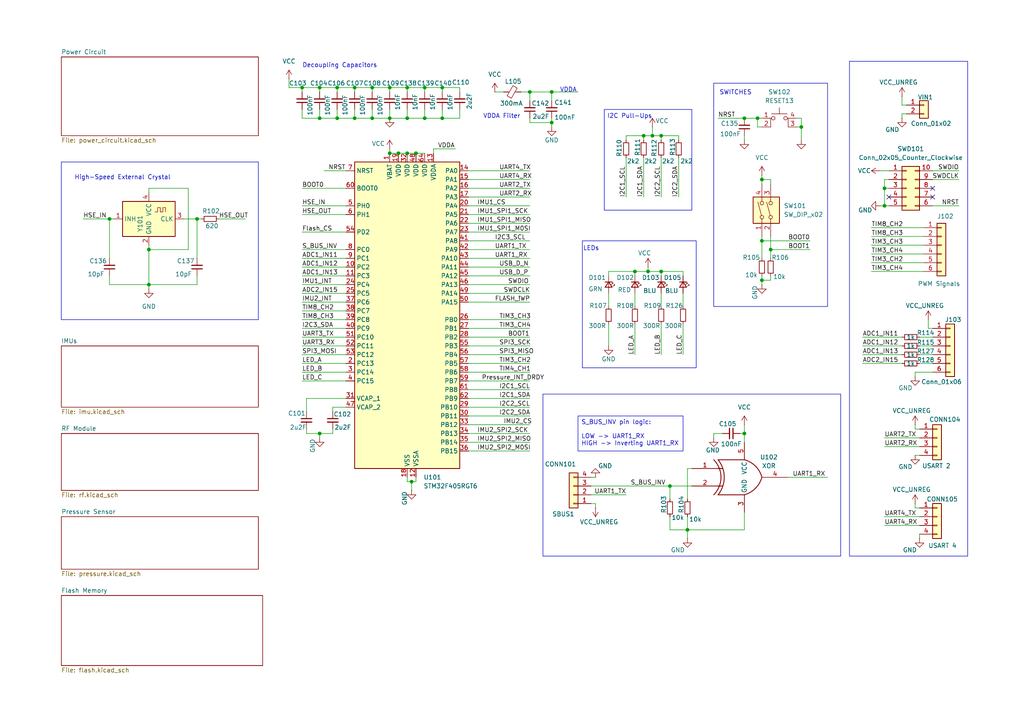
<source format=kicad_sch>
(kicad_sch (version 20231120) (generator "eeschema") (generator_version "8.0")
  (paper "A4")
  (junction (at 256.54 59.69))
  (junction (at 194.31 140.97))
  (junction (at 128.27 34.29))
  (junction (at 256.54 54.61))
  (junction (at 118.11 44.45))
  (junction (at 92.71 34.29))
  (junction (at 57.15 63.5))
  (junction (at 220.98 81.28))
  (junction (at 123.19 34.29))
  (junction (at 189.23 39.37))
  (junction (at 219.71 34.29))
  (junction (at 220.98 52.07))
  (junction (at 186.69 39.37))
  (junction (at 92.71 25.4))
  (junction (at 120.65 44.45))
  (junction (at 160.02 35.56))
  (junction (at 102.87 34.29))
  (junction (at 113.03 34.29))
  (junction (at 97.79 34.29))
  (junction (at 220.98 69.85))
  (junction (at 113.03 25.4))
  (junction (at 118.11 34.29))
  (junction (at 123.19 25.4))
  (junction (at 102.87 25.4))
  (junction (at 115.57 44.45))
  (junction (at 118.11 25.4))
  (junction (at 113.03 44.45))
  (junction (at 191.77 78.74))
  (junction (at 215.9 125.73))
  (junction (at 223.52 72.39))
  (junction (at 31.75 63.5))
  (junction (at 87.63 25.4))
  (junction (at 43.18 72.39))
  (junction (at 92.71 125.73))
  (junction (at 153.67 26.67))
  (junction (at 191.77 39.37))
  (junction (at 215.9 34.29))
  (junction (at 232.41 36.83))
  (junction (at 128.27 25.4))
  (junction (at 43.18 82.55))
  (junction (at 187.96 78.74))
  (junction (at 97.79 25.4))
  (junction (at 119.38 139.7))
  (junction (at 107.95 25.4))
  (junction (at 107.95 34.29))
  (junction (at 184.15 78.74))
  (junction (at 160.02 26.67))
  (junction (at 199.39 153.67))
  (no_connect (at 257.81 57.15))
  (no_connect (at 270.51 57.15))
  (no_connect (at 270.51 54.61))
  (wire (pts (xy 252.73 71.12) (xy 267.97 71.12)))
  (wire (pts (xy 135.89 123.19) (xy 153.67 123.19)))
  (wire (pts (xy 87.63 72.39) (xy 100.33 72.39)))
  (wire (pts (xy 135.89 102.87) (xy 153.67 102.87)))
  (wire (pts (xy 198.12 93.98) (xy 198.12 102.87)))
  (wire (pts (xy 102.87 25.4) (xy 107.95 25.4)))
  (wire (pts (xy 31.75 63.5) (xy 31.75 74.93)))
  (wire (pts (xy 87.63 74.93) (xy 100.33 74.93)))
  (wire (pts (xy 256.54 54.61) (xy 256.54 59.69)))
  (wire (pts (xy 160.02 34.29) (xy 160.02 35.56)))
  (wire (pts (xy 43.18 83.82) (xy 43.18 82.55)))
  (wire (pts (xy 96.52 119.38) (xy 96.52 118.11)))
  (wire (pts (xy 97.79 25.4) (xy 102.87 25.4)))
  (wire (pts (xy 187.96 78.74) (xy 184.15 78.74)))
  (wire (pts (xy 128.27 34.29) (xy 123.19 34.29)))
  (wire (pts (xy 215.9 123.19) (xy 215.9 125.73)))
  (wire (pts (xy 87.63 77.47) (xy 100.33 77.47)))
  (wire (pts (xy 54.61 72.39) (xy 43.18 72.39)))
  (wire (pts (xy 92.71 125.73) (xy 96.52 125.73)))
  (wire (pts (xy 255.27 59.69) (xy 256.54 59.69)))
  (wire (pts (xy 97.79 31.75) (xy 97.79 34.29)))
  (wire (pts (xy 220.98 68.58) (xy 220.98 69.85)))
  (wire (pts (xy 187.96 78.74) (xy 187.96 77.47)))
  (wire (pts (xy 171.45 138.43) (xy 172.72 138.43)))
  (wire (pts (xy 181.61 39.37) (xy 186.69 39.37)))
  (wire (pts (xy 83.82 25.4) (xy 87.63 25.4)))
  (wire (pts (xy 87.63 80.01) (xy 100.33 80.01)))
  (wire (pts (xy 133.35 25.4) (xy 133.35 26.67)))
  (wire (pts (xy 87.63 59.69) (xy 100.33 59.69)))
  (wire (pts (xy 198.12 80.01) (xy 198.12 78.74)))
  (wire (pts (xy 135.89 57.15) (xy 153.67 57.15)))
  (wire (pts (xy 220.98 36.83) (xy 219.71 36.83)))
  (wire (pts (xy 113.03 26.67) (xy 113.03 25.4)))
  (wire (pts (xy 43.18 82.55) (xy 31.75 82.55)))
  (wire (pts (xy 135.89 54.61) (xy 153.67 54.61)))
  (wire (pts (xy 92.71 26.67) (xy 92.71 25.4)))
  (wire (pts (xy 83.82 22.86) (xy 83.82 25.4)))
  (wire (pts (xy 223.52 72.39) (xy 223.52 68.58)))
  (wire (pts (xy 250.19 102.87) (xy 261.62 102.87)))
  (wire (pts (xy 252.73 66.04) (xy 267.97 66.04)))
  (wire (pts (xy 191.77 40.64) (xy 191.77 39.37)))
  (wire (pts (xy 223.52 53.34) (xy 223.52 52.07)))
  (wire (pts (xy 87.63 82.55) (xy 100.33 82.55)))
  (wire (pts (xy 278.13 49.53) (xy 270.51 49.53)))
  (wire (pts (xy 118.11 139.7) (xy 119.38 139.7)))
  (wire (pts (xy 118.11 25.4) (xy 123.19 25.4)))
  (wire (pts (xy 250.19 97.79) (xy 261.62 97.79)))
  (wire (pts (xy 199.39 135.89) (xy 200.66 135.89)))
  (wire (pts (xy 186.69 39.37) (xy 186.69 40.64)))
  (wire (pts (xy 215.9 34.29) (xy 219.71 34.29)))
  (wire (pts (xy 153.67 34.29) (xy 153.67 35.56)))
  (wire (pts (xy 191.77 93.98) (xy 191.77 102.87)))
  (wire (pts (xy 97.79 34.29) (xy 102.87 34.29)))
  (wire (pts (xy 118.11 25.4) (xy 118.11 26.67)))
  (wire (pts (xy 184.15 78.74) (xy 184.15 80.01)))
  (wire (pts (xy 269.24 92.71) (xy 269.24 95.25)))
  (wire (pts (xy 135.89 72.39) (xy 153.67 72.39)))
  (wire (pts (xy 93.98 49.53) (xy 100.33 49.53)))
  (wire (pts (xy 63.5 63.5) (xy 71.12 63.5)))
  (wire (pts (xy 153.67 35.56) (xy 160.02 35.56)))
  (wire (pts (xy 57.15 63.5) (xy 58.42 63.5)))
  (wire (pts (xy 57.15 82.55) (xy 43.18 82.55)))
  (wire (pts (xy 113.03 25.4) (xy 118.11 25.4)))
  (wire (pts (xy 128.27 25.4) (xy 133.35 25.4)))
  (wire (pts (xy 87.63 92.71) (xy 100.33 92.71)))
  (wire (pts (xy 181.61 45.72) (xy 181.61 57.15)))
  (wire (pts (xy 135.89 49.53) (xy 153.67 49.53)))
  (wire (pts (xy 234.95 72.39) (xy 223.52 72.39)))
  (wire (pts (xy 135.89 110.49) (xy 153.67 110.49)))
  (wire (pts (xy 196.85 45.72) (xy 196.85 57.15)))
  (wire (pts (xy 113.03 34.29) (xy 113.03 31.75)))
  (wire (pts (xy 96.52 118.11) (xy 100.33 118.11)))
  (wire (pts (xy 135.89 92.71) (xy 153.67 92.71)))
  (wire (pts (xy 191.77 85.09) (xy 191.77 88.9)))
  (wire (pts (xy 123.19 31.75) (xy 123.19 34.29)))
  (wire (pts (xy 215.9 40.64) (xy 215.9 39.37)))
  (wire (pts (xy 198.12 78.74) (xy 191.77 78.74)))
  (wire (pts (xy 135.89 67.31) (xy 153.67 67.31)))
  (wire (pts (xy 208.28 34.29) (xy 215.9 34.29)))
  (wire (pts (xy 24.13 63.5) (xy 31.75 63.5)))
  (wire (pts (xy 135.89 97.79) (xy 153.67 97.79)))
  (wire (pts (xy 194.31 140.97) (xy 200.66 140.97)))
  (wire (pts (xy 87.63 25.4) (xy 92.71 25.4)))
  (wire (pts (xy 135.89 69.85) (xy 153.67 69.85)))
  (wire (pts (xy 120.65 44.45) (xy 118.11 44.45)))
  (wire (pts (xy 87.63 100.33) (xy 100.33 100.33)))
  (wire (pts (xy 135.89 85.09) (xy 153.67 85.09)))
  (wire (pts (xy 219.71 34.29) (xy 220.98 34.29)))
  (wire (pts (xy 250.19 100.33) (xy 261.62 100.33)))
  (wire (pts (xy 92.71 125.73) (xy 92.71 127)))
  (wire (pts (xy 181.61 143.51) (xy 171.45 143.51)))
  (wire (pts (xy 135.89 128.27) (xy 153.67 128.27)))
  (wire (pts (xy 215.9 125.73) (xy 215.9 128.27)))
  (wire (pts (xy 196.85 39.37) (xy 196.85 40.64)))
  (wire (pts (xy 135.89 115.57) (xy 153.67 115.57)))
  (wire (pts (xy 262.89 30.48) (xy 261.62 30.48)))
  (wire (pts (xy 176.53 88.9) (xy 176.53 85.09)))
  (wire (pts (xy 133.35 31.75) (xy 133.35 34.29)))
  (wire (pts (xy 176.53 80.01) (xy 176.53 78.74)))
  (wire (pts (xy 184.15 93.98) (xy 184.15 102.87)))
  (wire (pts (xy 87.63 87.63) (xy 100.33 87.63)))
  (wire (pts (xy 252.73 68.58) (xy 267.97 68.58)))
  (wire (pts (xy 199.39 149.86) (xy 199.39 153.67)))
  (wire (pts (xy 135.89 130.81) (xy 153.67 130.81)))
  (wire (pts (xy 257.81 52.07) (xy 256.54 52.07)))
  (wire (pts (xy 97.79 26.67) (xy 97.79 25.4)))
  (wire (pts (xy 125.73 44.45) (xy 125.73 43.18)))
  (wire (pts (xy 220.98 69.85) (xy 220.98 74.93)))
  (wire (pts (xy 135.89 113.03) (xy 153.67 113.03)))
  (wire (pts (xy 266.7 97.79) (xy 270.51 97.79)))
  (wire (pts (xy 191.77 39.37) (xy 196.85 39.37)))
  (wire (pts (xy 118.11 138.43) (xy 118.11 139.7)))
  (wire (pts (xy 123.19 44.45) (xy 120.65 44.45)))
  (wire (pts (xy 220.98 52.07) (xy 220.98 53.34)))
  (wire (pts (xy 120.65 138.43) (xy 120.65 139.7)))
  (wire (pts (xy 160.02 26.67) (xy 167.64 26.67)))
  (wire (pts (xy 199.39 135.89) (xy 199.39 144.78)))
  (wire (pts (xy 119.38 139.7) (xy 120.65 139.7)))
  (wire (pts (xy 118.11 44.45) (xy 115.57 44.45)))
  (wire (pts (xy 87.63 85.09) (xy 100.33 85.09)))
  (wire (pts (xy 135.89 118.11) (xy 153.67 118.11)))
  (wire (pts (xy 269.24 95.25) (xy 270.51 95.25)))
  (wire (pts (xy 135.89 77.47) (xy 153.67 77.47)))
  (wire (pts (xy 87.63 34.29) (xy 92.71 34.29)))
  (wire (pts (xy 123.19 25.4) (xy 128.27 25.4)))
  (wire (pts (xy 223.52 72.39) (xy 223.52 74.93)))
  (wire (pts (xy 220.98 50.8) (xy 220.98 52.07)))
  (wire (pts (xy 265.43 124.46) (xy 266.7 124.46)))
  (wire (pts (xy 187.96 78.74) (xy 191.77 78.74)))
  (wire (pts (xy 214.63 125.73) (xy 215.9 125.73)))
  (wire (pts (xy 194.31 153.67) (xy 194.31 149.86)))
  (wire (pts (xy 278.13 59.69) (xy 270.51 59.69)))
  (wire (pts (xy 207.01 125.73) (xy 207.01 127)))
  (wire (pts (xy 172.72 146.05) (xy 171.45 146.05)))
  (wire (pts (xy 191.77 80.01) (xy 191.77 78.74)))
  (wire (pts (xy 191.77 45.72) (xy 191.77 57.15)))
  (wire (pts (xy 87.63 97.79) (xy 100.33 97.79)))
  (wire (pts (xy 189.23 39.37) (xy 186.69 39.37)))
  (wire (pts (xy 266.7 105.41) (xy 270.51 105.41)))
  (wire (pts (xy 266.7 102.87) (xy 270.51 102.87)))
  (wire (pts (xy 107.95 25.4) (xy 113.03 25.4)))
  (wire (pts (xy 31.75 63.5) (xy 33.02 63.5)))
  (wire (pts (xy 87.63 26.67) (xy 87.63 25.4)))
  (wire (pts (xy 107.95 34.29) (xy 107.95 31.75)))
  (wire (pts (xy 252.73 73.66) (xy 267.97 73.66)))
  (wire (pts (xy 189.23 36.83) (xy 189.23 39.37)))
  (wire (pts (xy 256.54 152.4) (xy 266.7 152.4)))
  (wire (pts (xy 135.89 82.55) (xy 153.67 82.55)))
  (wire (pts (xy 57.15 80.01) (xy 57.15 82.55)))
  (wire (pts (xy 87.63 54.61) (xy 100.33 54.61)))
  (wire (pts (xy 115.57 44.45) (xy 113.03 44.45)))
  (wire (pts (xy 100.33 115.57) (xy 88.9 115.57)))
  (wire (pts (xy 255.27 49.53) (xy 257.81 49.53)))
  (wire (pts (xy 215.9 153.67) (xy 215.9 148.59)))
  (wire (pts (xy 256.54 52.07) (xy 256.54 54.61)))
  (wire (pts (xy 266.7 100.33) (xy 270.51 100.33)))
  (wire (pts (xy 220.98 81.28) (xy 220.98 80.01)))
  (wire (pts (xy 102.87 31.75) (xy 102.87 34.29)))
  (wire (pts (xy 265.43 109.22) (xy 265.43 107.95)))
  (wire (pts (xy 153.67 29.21) (xy 153.67 26.67)))
  (wire (pts (xy 250.19 105.41) (xy 261.62 105.41)))
  (wire (pts (xy 135.89 80.01) (xy 153.67 80.01)))
  (wire (pts (xy 231.14 34.29) (xy 232.41 34.29)))
  (wire (pts (xy 257.81 54.61) (xy 256.54 54.61)))
  (wire (pts (xy 118.11 31.75) (xy 118.11 34.29)))
  (wire (pts (xy 135.89 105.41) (xy 153.67 105.41)))
  (wire (pts (xy 135.89 107.95) (xy 153.67 107.95)))
  (wire (pts (xy 107.95 26.67) (xy 107.95 25.4)))
  (wire (pts (xy 87.63 110.49) (xy 100.33 110.49)))
  (wire (pts (xy 261.62 27.94) (xy 261.62 30.48)))
  (wire (pts (xy 153.67 26.67) (xy 160.02 26.67)))
  (wire (pts (xy 172.72 147.32) (xy 172.72 146.05)))
  (wire (pts (xy 261.62 33.02) (xy 262.89 33.02)))
  (wire (pts (xy 113.03 34.29) (xy 118.11 34.29)))
  (wire (pts (xy 181.61 40.64) (xy 181.61 39.37)))
  (wire (pts (xy 265.43 146.05) (xy 265.43 147.32)))
  (wire (pts (xy 278.13 52.07) (xy 270.51 52.07)))
  (wire (pts (xy 256.54 129.54) (xy 266.7 129.54)))
  (wire (pts (xy 252.73 76.2) (xy 267.97 76.2)))
  (wire (pts (xy 184.15 85.09) (xy 184.15 88.9)))
  (wire (pts (xy 220.98 69.85) (xy 234.95 69.85)))
  (wire (pts (xy 57.15 63.5) (xy 57.15 74.93)))
  (wire (pts (xy 135.89 74.93) (xy 153.67 74.93)))
  (wire (pts (xy 135.89 120.65) (xy 153.67 120.65)))
  (wire (pts (xy 128.27 31.75) (xy 128.27 34.29)))
  (wire (pts (xy 219.71 36.83) (xy 219.71 34.29)))
  (wire (pts (xy 128.27 25.4) (xy 128.27 26.67)))
  (wire (pts (xy 256.54 127) (xy 266.7 127)))
  (wire (pts (xy 88.9 124.46) (xy 88.9 125.73)))
  (wire (pts (xy 53.34 63.5) (xy 57.15 63.5)))
  (wire (pts (xy 257.81 59.69) (xy 256.54 59.69)))
  (wire (pts (xy 125.73 43.18) (xy 132.08 43.18)))
  (wire (pts (xy 43.18 82.55) (xy 43.18 72.39)))
  (wire (pts (xy 107.95 34.29) (xy 113.03 34.29)))
  (wire (pts (xy 87.63 105.41) (xy 100.33 105.41)))
  (wire (pts (xy 194.31 140.97) (xy 194.31 144.78)))
  (wire (pts (xy 87.63 95.25) (xy 100.33 95.25)))
  (wire (pts (xy 135.89 100.33) (xy 153.67 100.33)))
  (wire (pts (xy 135.89 52.07) (xy 153.67 52.07)))
  (wire (pts (xy 265.43 147.32) (xy 266.7 147.32)))
  (wire (pts (xy 96.52 124.46) (xy 96.52 125.73)))
  (wire (pts (xy 135.89 125.73) (xy 153.67 125.73)))
  (wire (pts (xy 261.62 34.29) (xy 261.62 33.02)))
  (wire (pts (xy 232.41 36.83) (xy 232.41 40.64)))
  (wire (pts (xy 113.03 43.18) (xy 113.03 44.45)))
  (wire (pts (xy 87.63 107.95) (xy 100.33 107.95)))
  (wire (pts (xy 87.63 102.87) (xy 100.33 102.87)))
  (wire (pts (xy 266.7 154.94) (xy 266.7 156.21)))
  (wire (pts (xy 189.23 39.37) (xy 191.77 39.37)))
  (wire (pts (xy 220.98 82.55) (xy 220.98 81.28)))
  (wire (pts (xy 102.87 26.67) (xy 102.87 25.4)))
  (wire (pts (xy 92.71 31.75) (xy 92.71 34.29)))
  (wire (pts (xy 135.89 64.77) (xy 153.67 64.77)))
  (wire (pts (xy 87.63 31.75) (xy 87.63 34.29)))
  (wire (pts (xy 87.63 62.23) (xy 100.33 62.23)))
  (wire (pts (xy 135.89 87.63) (xy 153.67 87.63)))
  (wire (pts (xy 265.43 107.95) (xy 270.51 107.95)))
  (wire (pts (xy 123.19 25.4) (xy 123.19 26.67)))
  (wire (pts (xy 223.52 80.01) (xy 223.52 81.28)))
  (wire (pts (xy 54.61 54.61) (xy 54.61 72.39)))
  (wire (pts (xy 151.13 26.67) (xy 153.67 26.67)))
  (wire (pts (xy 92.71 34.29) (xy 97.79 34.29)))
  (wire (pts (xy 118.11 34.29) (xy 123.19 34.29)))
  (wire (pts (xy 87.63 67.31) (xy 100.33 67.31)))
  (wire (pts (xy 232.41 36.83) (xy 231.14 36.83)))
  (wire (pts (xy 135.89 59.69) (xy 153.67 59.69)))
  (wire (pts (xy 223.52 81.28) (xy 220.98 81.28)))
  (wire (pts (xy 176.53 100.33) (xy 176.53 93.98)))
  (wire (pts (xy 171.45 140.97) (xy 194.31 140.97)))
  (wire (pts (xy 135.89 62.23) (xy 153.67 62.23)))
  (wire (pts (xy 160.02 29.21) (xy 160.02 26.67)))
  (wire (pts (xy 43.18 55.88) (xy 43.18 54.61)))
  (wire (pts (xy 43.18 54.61) (xy 54.61 54.61)))
  (wire (pts (xy 87.63 90.17) (xy 100.33 90.17)))
  (wire (pts (xy 88.9 115.57) (xy 88.9 119.38)))
  (wire (pts (xy 194.31 153.67) (xy 199.39 153.67)))
  (wire (pts (xy 207.01 125.73) (xy 209.55 125.73)))
  (wire (pts (xy 186.69 45.72) (xy 186.69 57.15)))
  (wire (pts (xy 266.7 132.08) (xy 265.43 132.08)))
  (wire (pts (xy 265.43 123.19) (xy 265.43 124.46)))
  (wire (pts (xy 252.73 78.74) (xy 267.97 78.74)))
  (wire (pts (xy 256.54 149.86) (xy 266.7 149.86)))
  (wire (pts (xy 228.6 138.43) (xy 240.03 138.43)))
  (wire (pts (xy 133.35 34.29) (xy 128.27 34.29)))
  (wire (pts (xy 176.53 78.74) (xy 184.15 78.74)))
  (wire (pts (xy 102.87 34.29) (xy 107.95 34.29)))
  (wire (pts (xy 199.39 156.21) (xy 199.39 153.67)))
  (wire (pts (xy 232.41 34.29) (xy 232.41 36.83)))
  (wire (pts (xy 43.18 72.39) (xy 43.18 71.12)))
  (wire (pts (xy 143.51 26.67) (xy 146.05 26.67)))
  (wire (pts (xy 119.38 139.7) (xy 119.38 142.24)))
  (wire (pts (xy 88.9 125.73) (xy 92.71 125.73)))
  (wire (pts (xy 31.75 82.55) (xy 31.75 80.01)))
  (wire (pts (xy 223.52 52.07) (xy 220.98 52.07)))
  (wire (pts (xy 92.71 25.4) (xy 97.79 25.4)))
  (wire (pts (xy 198.12 85.09) (xy 198.12 88.9)))
  (wire (pts (xy 199.39 153.67) (xy 215.9 153.67)))
  (wire (pts (xy 160.02 36.83) (xy 160.02 35.56)))
  (wire (pts (xy 135.89 95.25) (xy 153.67 95.25)))
  (rectangle (start 17.78 46.99) (end 74.93 92.71))
  (rectangle (start 207.01 24.13) (end 240.03 88.9))
  (rectangle (start 246.38 17.78) (end 280.67 161.29))
  (rectangle (start 157.48 114.3) (end 243.84 161.29))
  (rectangle (start 175.26 31.75) (end 200.66 60.96))
  (rectangle (start 168.91 69.85) (end 201.93 106.68))
  (text_box "S_BUS_INV pin logic:\n\nLOW -> UART1_RX\nHIGH -> Inverting UART1_RX\n" (at 167.64 120.65 0) (size 30.48 10.16) (effects (font (size 1.27 1.27)) (justify left top)))
  (text "LEDs" (at 171.45 72.136 0) (effects (font (size 1.27 1.27))))
  (text "High-Speed External Crystal" (at 35.56 51.562 0) (effects (font (size 1.27 1.27))))
  (text "SWITCHES" (at 213.36 26.924 0) (effects (font (size 1.27 1.27))))
  (text "Decoupling Capacitors" (at 98.552 19.05 0) (effects (font (size 1.27 1.27))))
  (text "VDDA Filter" (at 145.542 33.782 0) (effects (font (size 1.27 1.27))))
  (text "I2C Pull-Ups" (at 182.626 33.782 0) (effects (font (size 1.27 1.27))))
  (text "VDDA" (at 164.846 26.162 0) (effects (font (size 1.27 1.27))))
  (label "UART3_TX" (at 87.63 97.79 0))
  (label "TIM8_CH3" (at 252.73 68.58 0))
  (label "UART2_TX" (at 256.54 127 0))
  (label "S_BUS_INV" (at 182.88 140.97 0))
  (label "IMU2_CS" (at 146.05 123.19 0))
  (label "LED_A" (at 87.63 105.41 0))
  (label "SPI3_SCK" (at 144.78 100.33 0))
  (label "Flash_CS" (at 87.63 67.31 0))
  (label "IMU2_SPI2_M0SI" (at 138.43 130.81 0))
  (label "NRST" (at 95.25 49.53 0))
  (label "SWDIO" (at 147.32 82.55 0))
  (label "NRST" (at 208.28 34.29 0))
  (label "BOOT0" (at 87.63 54.61 0))
  (label "USB_D_P" (at 144.78 80.01 0))
  (label "LED_A" (at 184.15 102.87 90))
  (label "ADC1_IN13" (at 87.63 80.01 0))
  (label "I2C1_SDA" (at 186.69 57.15 90))
  (label "HSE_OUT" (at 87.63 62.23 0))
  (label "I2C2_SCL" (at 191.77 57.15 90))
  (label "ADC1_IN11" (at 250.19 97.79 0))
  (label "BOOT1" (at 147.32 97.79 0))
  (label "I2C3_SDA" (at 87.63 95.25 0))
  (label "BOOT1" (at 228.6 72.39 0))
  (label "I2C2_SCL" (at 144.78 118.11 0))
  (label "IMU2_SPI2_MISO" (at 138.43 128.27 0))
  (label "UART1_RX" (at 143.51 74.93 0))
  (label "SPI3_MOSI" (at 87.63 102.87 0))
  (label "ADC2_IN15" (at 87.63 85.09 0))
  (label "IMU1_SPI1_SCK" (at 138.43 62.23 0))
  (label "SWDCLK" (at 278.13 52.07 180))
  (label "I2C2_SDA" (at 144.78 120.65 0))
  (label "TIM8_CH3" (at 87.63 92.71 0))
  (label "UART2_TX" (at 144.78 54.61 0))
  (label "TIM3_CH3" (at 144.78 92.71 0))
  (label "SWDCLK" (at 146.05 85.09 0))
  (label "UART2_RX" (at 256.54 129.54 0))
  (label "TIM3_CH2" (at 144.78 105.41 0))
  (label "UART4_RX" (at 144.78 52.07 0))
  (label "UART4_TX" (at 256.54 149.86 0))
  (label "LED_B" (at 87.63 107.95 0))
  (label "UART2_RX" (at 144.78 57.15 0))
  (label "UART4_RX" (at 256.54 152.4 0))
  (label "BOOT0" (at 228.6 69.85 0))
  (label "IMU2_INT" (at 87.63 87.63 0))
  (label "TIM3_CH4" (at 252.73 73.66 0))
  (label "HSE_IN" (at 24.13 63.5 0))
  (label "UART1_RX" (at 229.87 138.43 0))
  (label "TIM4_CH1" (at 144.78 107.95 0))
  (label "IMU1_SPI1_MISO" (at 138.43 64.77 0))
  (label "NRST" (at 278.13 59.69 180))
  (label "I2C1_SCL" (at 144.78 113.03 0))
  (label "Pressure_INT_DRDY" (at 139.7 110.49 0))
  (label "TIM8_CH2" (at 87.63 90.17 0))
  (label "IMU1_SPI1_M0SI" (at 138.43 67.31 0))
  (label "LED_C" (at 87.63 110.49 0))
  (label "I2C1_SDA" (at 144.78 115.57 0))
  (label "USB_D_N" (at 144.78 77.47 0))
  (label "LED_B" (at 191.77 102.87 90))
  (label "HSE_IN" (at 87.63 59.69 0))
  (label "IMU2_SPI2_SCK" (at 138.43 125.73 0))
  (label "TIM3_CH4" (at 252.73 78.74 0))
  (label "SPI3_MISO" (at 144.78 102.87 0))
  (label "ADC1_IN11" (at 87.63 74.93 0))
  (label "SWDIO" (at 278.13 49.53 180))
  (label "IMU1_INT" (at 87.63 82.55 0))
  (label "TIM3_CH4" (at 144.78 95.25 0))
  (label "ADC1_IN12" (at 87.63 77.47 0))
  (label "TIM8_CH2" (at 252.73 66.04 0))
  (label "I2C1_SCL" (at 181.61 57.15 90))
  (label "I2C3_SCL" (at 143.51 69.85 0))
  (label "ADC1_IN13" (at 250.19 102.87 0))
  (label "ADC1_IN12" (at 250.19 100.33 0))
  (label "FLASH_!WP" (at 143.51 87.63 0))
  (label "VDDA" (at 127 43.18 0))
  (label "IMU1_CS" (at 138.43 59.69 0))
  (label "UART1_TX" (at 181.61 143.51 180))
  (label "HSE_OUT" (at 63.5 63.5 0))
  (label "UART3_RX" (at 87.63 100.33 0))
  (label "UART1_TX" (at 143.51 72.39 0))
  (label "ADC2_IN15" (at 250.19 105.41 0))
  (label "LED_C" (at 198.12 102.87 90))
  (label "TIM3_CH3" (at 252.73 71.12 0))
  (label "TIM3_CH2" (at 252.73 76.2 0))
  (label "I2C2_SDA" (at 196.85 57.15 90))
  (label "S_BUS_INV" (at 87.63 72.39 0))
  (label "UART4_TX" (at 144.78 49.53 0))
  (symbol (lib_id "Device:R_Small") (at 196.85 43.18 180) (unit 1)
    (property "Reference" "R113" (at 195.072 42.672 90))
    (property "Value" "2k2" (at 199.136 46.736 0))
    (property "Footprint" "Resistor_SMD:R_0402_1005Metric" (effects (hide yes)))
    (property "Description" "62.5mW Thick Film Resistors 50V ±100ppm/℃ ±1% 2.2kΩ 0402 Chip Resistor - Surface Mount ROHS" (effects (hide yes)))
    (property "Mfr." "YAGEO" (effects (hide yes)))
    (property "Mfr. #" "RC0402FR-072K2L" (effects (hide yes)))
  )
  (symbol (lib_id "Switch:SW_DIP_x02") (at 223.52 60.96 90) (unit 1)
    (property "Reference" "SW101" (at 227.33 59.6899 90) (effects (justify right)))
    (property "Value" "SW_DIP_x02" (at 227.33 62.2299 90) (effects (justify right)))
    (property "Footprint" "Button_Switch_THT:SW_DIP_SPSTx02_Slide_9.78x7.26mm_W7.62mm_P2.54mm" (effects (hide yes)))
    (property "Datasheet" "https://www.lcsc.com/datasheet/lcsc_datasheet_2309061745_DongGuan-KINGTEK-Industrial-Co--LTD-DSWB02LHGET_C99421.pdf" (effects (hide yes)))
    (property "Description" "2x DIP Switch, Single Pole Single Throw (SPST) switch, small symbol" (effects (hide yes)))
    (property "Mfr." " DongGuan KINGTEK Industrial Co.,LTD " (effects (hide yes)))
    (property "Mfr. #" "DSWB02LHGET" (effects (hide yes)))
  )
  (symbol (lib_id "Device:C_Small") (at 87.63 29.21 180) (unit 1)
    (property "Reference" "C103" (at 83.82 24.13 0) (effects (justify right)))
    (property "Value" "100nF" (at 89.916 33.528 90) (effects (justify right)))
    (property "Footprint" "Capacitor_SMD:C_0402_1005Metric" (effects (hide yes)))
    (property "Description" " 16V 100nF X7R ±10% 0402 Multilayer Ceramic Capacitors MLCC - SMD/SMT ROHS " (effects (hide yes)))
    (property "Mfr." " Samsung Electro-Mechanics " (effects (hide yes)))
    (property "Mfr. #" "CL05B104KO5NNNC" (effects (hide yes)))
  )
  (symbol (lib_id "Connector_Generic:Conn_01x04") (at 271.78 149.86 0) (unit 1)
    (property "Reference" "CONN105" (at 268.732 144.78 0) (effects (justify left)))
    (property "Value" "USART 4" (at 269.24 158.242 0) (effects (justify left)))
    (property "Footprint" "Connector_PinHeader_2.54mm:PinHeader_1x04_P2.54mm_Vertical" (effects (hide yes)))
    (property "Description" "Straight Plugin 2.54mm Black 250V 3A 6mm Square Pins Gold 3mm 2.54mm 260℃ 1x4P Brass -40℃~+105℃ 2.54mm 4P Plugin,P=2.54mm Pin Headers ROHS" (effects (hide yes)))
    (property "Mfr." "Hanbo Electronic" (effects (hide yes)))
    (property "Mfr. #" "HB-PH3-25414PB2GOP" (effects (hide yes)))
  )
  (symbol (lib_id "Device:R_Small") (at 176.53 91.44 180) (unit 1)
    (property "Reference" "R107" (at 173.482 88.646 0))
    (property "Value" "300R" (at 173.228 94.488 0))
    (property "Footprint" "Resistor_SMD:R_0402_1005Metric" (effects (hide yes)))
    (property "Description" "62.5mW Thick Film Resistors 50V ±100ppm/℃ ±1% 330Ω 0402 Chip Resistor - Surface Mount ROHS" (effects (hide yes)))
    (property "Mfr." "YAGEO" (effects (hide yes)))
    (property "Mfr. #" "RC0402FR-07330RL" (effects (hide yes)))
  )
  (symbol (lib_id "Device:C_Small") (at 97.79 29.21 180) (unit 1)
    (property "Reference" "C106" (at 94.996 24.13 0) (effects (justify right)))
    (property "Value" "100nF" (at 100.076 33.528 90) (effects (justify right)))
    (property "Footprint" "Capacitor_SMD:C_0402_1005Metric" (effects (hide yes)))
    (property "Description" " 16V 100nF X7R ±10% 0402 Multilayer Ceramic Capacitors MLCC - SMD/SMT ROHS " (effects (hide yes)))
    (property "Mfr." " Samsung Electro-Mechanics " (effects (hide yes)))
    (property "Mfr. #" "CL05B104KO5NNNC" (effects (hide yes)))
  )
  (symbol (lib_id "Device:R_Small") (at 191.77 91.44 180) (unit 1)
    (property "Reference" "R109" (at 189.23 88.646 0))
    (property "Value" "300R" (at 188.976 94.488 0))
    (property "Footprint" "Resistor_SMD:R_0402_1005Metric" (effects (hide yes)))
    (property "Description" "62.5mW Thick Film Resistors 50V ±100ppm/℃ ±1% 330Ω 0402 Chip Resistor - Surface Mount ROHS" (effects (hide yes)))
    (property "Mfr." "YAGEO" (effects (hide yes)))
    (property "Mfr. #" "RC0402FR-07330RL" (effects (hide yes)))
  )
  (symbol (lib_id "74xGxx:74AUC1G86") (at 215.9 138.43 0) (unit 1)
    (property "Reference" "U102" (at 223.012 132.588 0))
    (property "Value" "XOR" (at 223.012 135.128 0))
    (property "Footprint" "Package_TO_SOT_SMD:SOT-353_SC-70-5" (effects (hide yes)))
    (property "Datasheet" "http://www.ti.com/lit/sg/scyt129e/scyt129e.pdf" (effects (hide yes)))
    (property "Description" "Single XOR Gate, Low-Voltage CMOS" (effects (hide yes)))
    (property "Mfr." "Texas Instruments" (effects (hide yes)))
    (property "Mfr. #" "SN74LVC1G86DCKR" (effects (hide yes)))
  )
  (symbol (lib_id "Device:R_Small") (at 264.16 102.87 90) (unit 1)
    (property "Reference" "R127" (at 268.478 101.854 90))
    (property "Value" "1k" (at 264.16 102.87 90))
    (property "Footprint" "Resistor_SMD:R_0402_1005Metric" (effects (hide yes)))
    (property "Description" "62.5mW Thick Film Resistors 50V ±100ppm/℃ ±1% 1kΩ 0402 Chip Resistor - Surface Mount ROHS" (effects (hide yes)))
    (property "Mfr." "YAGEO" (effects (hide yes)))
    (property "Mfr. #" "RC0402FR-071KL" (effects (hide yes)))
  )
  (symbol (lib_id "Device:C_Small") (at 212.09 125.73 270) (unit 1)
    (property "Reference" "C105" (at 213.614 122.936 90) (effects (justify right)))
    (property "Value" "100nF" (at 215.138 128.778 90) (effects (justify right)))
    (property "Footprint" "Capacitor_SMD:C_0402_1005Metric" (effects (hide yes)))
    (property "Description" " 16V 100nF X7R ±10% 0402 Multilayer Ceramic Capacitors MLCC - SMD/SMT ROHS " (effects (hide yes)))
    (property "Mfr." " Samsung Electro-Mechanics " (effects (hide yes)))
    (property "Mfr. #" "CL05B104KO5NNNC" (effects (hide yes)))
  )
  (symbol (lib_id "Device:R_Small") (at 264.16 105.41 90) (unit 1)
    (property "Reference" "R128" (at 268.478 104.394 90))
    (property "Value" "1k" (at 264.16 105.41 90))
    (property "Footprint" "Resistor_SMD:R_0402_1005Metric" (effects (hide yes)))
    (property "Description" "62.5mW Thick Film Resistors 50V ±100ppm/℃ ±1% 1kΩ 0402 Chip Resistor - Surface Mount ROHS" (effects (hide yes)))
    (property "Mfr." "YAGEO" (effects (hide yes)))
    (property "Mfr. #" "RC0402FR-071KL" (effects (hide yes)))
  )
  (symbol (lib_id "power:VCC") (at 261.62 27.94 0) (unit 1)
    (property "Reference" "#PWR0165" (effects (hide yes)))
    (property "Value" "VCC_UNREG" (at 260.604 23.876 0))
    (property "Description" "Power symbol creates a global label with name \"VCC\"" (effects (hide yes)))
  )
  (symbol (lib_id "power:GND") (at 172.72 138.43 180) (unit 1)
    (property "Reference" "#PWR0102" (effects (hide yes)))
    (property "Value" "GND" (at 173.482 135.128 0) (effects (justify right)))
    (property "Description" "Power symbol creates a global label with name \"GND\" , ground" (effects (hide yes)))
  )
  (symbol (lib_id "Device:R_Small") (at 199.39 147.32 180) (unit 1)
    (property "Reference" "R104" (at 197.612 146.304 90))
    (property "Value" "10k" (at 201.676 150.622 0))
    (property "Footprint" "Resistor_SMD:R_0402_1005Metric" (effects (hide yes)))
    (property "Description" " 62.5mW Thick Film Resistors 50V ±100ppm/℃ ±1% 10kΩ 0402 Chip Resistor - Surface Mount ROHS " (effects (hide yes)))
    (property "Mfr." "YAGEO" (effects (hide yes)))
    (property "Mfr. #" "RC0402FR-0710KL" (effects (hide yes)))
  )
  (symbol (lib_id "Device:R_Small") (at 181.61 43.18 180) (unit 1)
    (property "Reference" "R110" (at 179.578 42.926 90))
    (property "Value" "2k2" (at 183.642 46.736 0))
    (property "Footprint" "Resistor_SMD:R_0402_1005Metric" (effects (hide yes)))
    (property "Description" "62.5mW Thick Film Resistors 50V ±100ppm/℃ ±1% 2.2kΩ 0402 Chip Resistor - Surface Mount ROHS" (effects (hide yes)))
    (property "Mfr." "YAGEO" (effects (hide yes)))
    (property "Mfr. #" "RC0402FR-072K2L" (effects (hide yes)))
  )
  (symbol (lib_id "Device:R_Small") (at 223.52 77.47 180) (unit 1)
    (property "Reference" "R106" (at 226.314 74.676 0))
    (property "Value" "10k" (at 226.06 80.264 0))
    (property "Footprint" "Resistor_SMD:R_0402_1005Metric" (effects (hide yes)))
    (property "Description" " 62.5mW Thick Film Resistors 50V ±100ppm/℃ ±1% 10kΩ 0402 Chip Resistor - Surface Mount ROHS " (effects (hide yes)))
    (property "Mfr." "YAGEO" (effects (hide yes)))
    (property "Mfr. #" "RC0402FR-0710KL" (effects (hide yes)))
  )
  (symbol (lib_id "power:VCC") (at 189.23 36.83 0) (unit 1)
    (property "Reference" "#PWR0119" (effects (hide yes)))
    (property "Value" "VCC" (at 192.024 35.052 0))
    (property "Description" "Power symbol creates a global label with name \"VCC\"" (effects (hide yes)))
  )
  (symbol (lib_id "power:GND") (at 160.02 36.83 0) (unit 1)
    (property "Reference" "#PWR0162" (effects (hide yes)))
    (property "Value" "GND" (at 162.052 40.64 0) (effects (justify right)))
    (property "Description" "Power symbol creates a global label with name \"GND\" , ground" (effects (hide yes)))
  )
  (symbol (lib_id "Device:C_Small") (at 92.71 29.21 180) (unit 1)
    (property "Reference" "C104" (at 89.916 24.13 0) (effects (justify right)))
    (property "Value" "100nF" (at 94.996 33.528 90) (effects (justify right)))
    (property "Footprint" "Capacitor_SMD:C_0402_1005Metric" (effects (hide yes)))
    (property "Description" " 16V 100nF X7R ±10% 0402 Multilayer Ceramic Capacitors MLCC - SMD/SMT ROHS " (effects (hide yes)))
    (property "Mfr." " Samsung Electro-Mechanics " (effects (hide yes)))
    (property "Mfr. #" "CL05B104KO5NNNC" (effects (hide yes)))
  )
  (symbol (lib_id "Device:C_Small") (at 113.03 29.21 180) (unit 1)
    (property "Reference" "C109" (at 110.744 24.13 0) (effects (justify right)))
    (property "Value" "10nF" (at 115.316 32.004 90) (effects (justify right)))
    (property "Footprint" "Capacitor_SMD:C_0402_1005Metric" (effects (hide yes)))
    (property "Description" "50V 10nF X7R ±10% 0402 Multilayer Ceramic Capacitors MLCC - SMD/SMT ROHS" (effects (hide yes)))
    (property "Mfr." " Samsung Electro-Mechanics " (effects (hide yes)))
    (property "Mfr. #" "CL05B103KB5NNNC" (effects (hide yes)))
  )
  (symbol (lib_id "Connector_Generic:Conn_01x06") (at 273.05 71.12 0) (unit 1)
    (property "Reference" "J102" (at 271.78 62.738 0) (effects (justify left)))
    (property "Value" "PWM Signals" (at 266.192 82.296 0) (effects (justify left)))
    (property "Footprint" "Connector_PinHeader_2.54mm:PinHeader_1x06_P2.54mm_Vertical" (effects (hide yes)))
    (property "Description" "2.5mm 6mm Brass Square Pins Straight 2.54mm Black 1x6P 3mm -40℃~+105℃ Plugin 6P Plugin,P=2.54mm Pin Headers ROHS" (effects (hide yes)))
    (property "Mfr." "XFCN" (effects (hide yes)))
    (property "Mfr. #" "PZ254V-11-06P" (effects (hide yes)))
  )
  (symbol (lib_id "Device:C_Small") (at 133.35 29.21 180) (unit 1)
    (property "Reference" "C110" (at 131.064 23.876 0) (effects (justify right)))
    (property "Value" "2u2F" (at 136.144 31.75 90) (effects (justify right)))
    (property "Footprint" "Capacitor_SMD:C_0402_1005Metric" (effects (hide yes)))
    (property "Description" "6.3V 2.2uF X5R ±20% 0402 Multilayer Ceramic Capacitors MLCC - SMD/SMT ROHS" (effects (hide yes)))
    (property "Mfr." " Samsung Electro-Mechanics " (effects (hide yes)))
    (property "Mfr. #" "CL05A225MQ5NSNC" (effects (hide yes)))
  )
  (symbol (lib_id "Device:C_Small") (at 128.27 29.21 180) (unit 1)
    (property "Reference" "C140" (at 125.984 24.13 0) (effects (justify right)))
    (property "Value" "10nF" (at 130.556 32.004 90) (effects (justify right)))
    (property "Footprint" "Capacitor_SMD:C_0402_1005Metric" (effects (hide yes)))
    (property "Description" "50V 10nF X7R ±10% 0402 Multilayer Ceramic Capacitors MLCC - SMD/SMT ROHS" (effects (hide yes)))
    (property "Mfr." " Samsung Electro-Mechanics " (effects (hide yes)))
    (property "Mfr. #" "CL05B103KB5NNNC" (effects (hide yes)))
  )
  (symbol (lib_id "power:GND") (at 261.62 34.29 0) (unit 1)
    (property "Reference" "#PWR0166" (effects (hide yes)))
    (property "Value" "GND" (at 260.858 37.592 0) (effects (justify right)))
    (property "Description" "Power symbol creates a global label with name \"GND\" , ground" (effects (hide yes)))
  )
  (symbol (lib_id "Device:C_Small") (at 153.67 31.75 180) (unit 1)
    (property "Reference" "C142" (at 154.178 29.972 0) (effects (justify right)))
    (property "Value" "2u2F" (at 154.432 33.782 0) (effects (justify right)))
    (property "Footprint" "Capacitor_SMD:C_0402_1005Metric" (effects (hide yes)))
    (property "Description" "6.3V 2.2uF X5R ±20% 0402 Multilayer Ceramic Capacitors MLCC - SMD/SMT ROHS" (effects (hide yes)))
    (property "Mfr." " Samsung Electro-Mechanics " (effects (hide yes)))
    (property "Mfr. #" "CL05A225MQ5NSNC" (effects (hide yes)))
  )
  (symbol (lib_id "CSTNE8M00G520000R0:LED_Small") (at 184.15 82.55 270) (unit 1)
    (property "Reference" "D102" (at 181.356 80.518 90))
    (property "Value" "RED" (at 181.102 84.074 90))
    (property "Footprint" "LED_SMD:LED_0603_1608Metric" (effects (hide yes)))
    (property "Datasheet" "https://www.lcsc.com/datasheet/lcsc_datasheet_2402181505_XINGLIGHT-XL-1608SURC-06_C965799.pdf" (effects (hide yes)))
    (property "Description" "25mA -30℃~+85℃ Positive post 617nm~621nm Red 120° 55mW 0603 Light Emitting Diodes (LED) ROHS" (effects (hide yes)))
    (property "Mfr." " XINGLIGHT " (effects (hide yes)))
    (property "Mfr. #" "XL-1608SURC-06" (effects (hide yes)))
  )
  (symbol (lib_id "CSTNE8M00G520000R0:LED_Small") (at 198.12 82.55 270) (unit 1)
    (property "Reference" "D105" (at 195.072 80.518 90))
    (property "Value" "BLU" (at 194.818 84.328 90))
    (property "Footprint" "LED_SMD:LED_0603_1608Metric" (effects (hide yes)))
    (property "Datasheet" "https://www.lcsc.com/datasheet/lcsc_datasheet_2402181505_XINGLIGHT-XL-1608UBC-04_C965807.pdf" (effects (hide yes)))
    (property "Description" "25mA -30℃~+85℃ Positive post 460nm~469nm Blue 120° 80mW 0603 Light Emitting Diodes (LED) ROHS" (effects (hide yes)))
    (property "Mfr." "XINGLIGHT" (effects (hide yes)))
    (property "Mfr. #" "XL-1608UBC-04" (effects (hide yes)))
  )
  (symbol (lib_id "power:VCC") (at 113.03 43.18 0) (unit 1)
    (property "Reference" "#PWR0163" (effects (hide yes)))
    (property "Value" "VCC" (at 109.728 41.656 0))
    (property "Description" "Power symbol creates a global label with name \"VCC\"" (effects (hide yes)))
  )
  (symbol (lib_id "Switch:SW_MEC_5E") (at 226.06 36.83 0) (unit 1)
    (property "Reference" "SW102" (at 226.06 26.67 0))
    (property "Value" "RESET13" (at 226.06 29.21 0))
    (property "Footprint" "Button_Switch_SMD:SW_DIP_SPSTx01_Slide_Copal_CHS-01B_W7.62mm_P1.27mm" (effects (hide yes)))
    (property "Datasheet" "https://www.lcsc.com/datasheet/lcsc_datasheet_2002271735_XKB-Connection-TS-1101-C-W_C318938.pdf" (effects (hide yes)))
    (property "Description" "50mA 5.1mm 100,000 Times 160gf 12V 5.1mm 1.5mm Round Button Brick nogging SPST SMD Tactile Switches ROHS " (effects (hide yes)))
    (property "Mfr." " XKB Connection " (effects (hide yes)))
    (property "Mfr. #" "TS-1101-C-W" (effects (hide yes)))
  )
  (symbol (lib_id "power:VCC") (at 255.27 49.53 90) (unit 1)
    (property "Reference" "#PWR0101" (effects (hide yes)))
    (property "Value" "VCC" (at 250.698 49.53 90))
    (property "Description" "Power symbol creates a global label with name \"VCC\"" (effects (hide yes)))
  )
  (symbol (lib_id "power:GND") (at 199.39 156.21 0) (unit 1)
    (property "Reference" "#PWR0107" (effects (hide yes)))
    (property "Value" "GND" (at 198.628 159.512 0) (effects (justify right)))
    (property "Description" "Power symbol creates a global label with name \"GND\" , ground" (effects (hide yes)))
  )
  (symbol (lib_id "Device:R_Small") (at 184.15 91.44 180) (unit 1)
    (property "Reference" "R108" (at 181.356 88.646 0))
    (property "Value" "300R" (at 181.356 94.488 0))
    (property "Footprint" "Resistor_SMD:R_0402_1005Metric" (effects (hide yes)))
    (property "Description" "62.5mW Thick Film Resistors 50V ±100ppm/℃ ±1% 330Ω 0402 Chip Resistor - Surface Mount ROHS" (effects (hide yes)))
    (property "Mfr." "YAGEO" (effects (hide yes)))
    (property "Mfr. #" "RC0402FR-07330RL" (effects (hide yes)))
  )
  (symbol (lib_id "Device:C_Small") (at 160.02 31.75 180) (unit 1)
    (property "Reference" "C141" (at 160.782 29.718 0) (effects (justify right)))
    (property "Value" "100nF" (at 160.782 34.036 0) (effects (justify right)))
    (property "Footprint" "Capacitor_SMD:C_0402_1005Metric" (effects (hide yes)))
    (property "Description" " 16V 100nF X7R ±10% 0402 Multilayer Ceramic Capacitors MLCC - SMD/SMT ROHS " (effects (hide yes)))
    (property "Mfr." " Samsung Electro-Mechanics " (effects (hide yes)))
    (property "Mfr. #" "CL05B104KO5NNNC" (effects (hide yes)))
  )
  (symbol (lib_id "Device:C_Small") (at 88.9 121.92 0) (unit 1)
    (property "Reference" "C101" (at 88.646 119.888 0) (effects (justify right)))
    (property "Value" "2u2F" (at 88.9 123.952 0) (effects (justify right)))
    (property "Footprint" "Capacitor_SMD:C_0402_1005Metric" (effects (hide yes)))
    (property "Description" "6.3V 2.2uF X5R ±20% 0402 Multilayer Ceramic Capacitors MLCC - SMD/SMT ROHS" (effects (hide yes)))
    (property "Mfr." " Samsung Electro-Mechanics " (effects (hide yes)))
    (property "Mfr. #" "CL05A225MQ5NSNC" (effects (hide yes)))
  )
  (symbol (lib_id "power:VCC") (at 269.24 92.71 0) (unit 1)
    (property "Reference" "#PWR0118" (effects (hide yes)))
    (property "Value" "VCC_UNREG" (at 268.224 88.646 0))
    (property "Description" "Power symbol creates a global label with name \"VCC\"" (effects (hide yes)))
  )
  (symbol (lib_id "Device:C_Small") (at 107.95 29.21 180) (unit 1)
    (property "Reference" "C108" (at 105.41 24.13 0) (effects (justify right)))
    (property "Value" "100nF" (at 110.236 33.528 90) (effects (justify right)))
    (property "Footprint" "Capacitor_SMD:C_0402_1005Metric" (effects (hide yes)))
    (property "Description" " 16V 100nF X7R ±10% 0402 Multilayer Ceramic Capacitors MLCC - SMD/SMT ROHS " (effects (hide yes)))
    (property "Mfr." " Samsung Electro-Mechanics " (effects (hide yes)))
    (property "Mfr. #" "CL05B104KO5NNNC" (effects (hide yes)))
  )
  (symbol (lib_id "Device:R_Small") (at 264.16 100.33 90) (unit 1)
    (property "Reference" "R115" (at 268.478 99.314 90))
    (property "Value" "1k" (at 264.16 100.33 90))
    (property "Footprint" "Resistor_SMD:R_0402_1005Metric" (effects (hide yes)))
    (property "Description" "62.5mW Thick Film Resistors 50V ±100ppm/℃ ±1% 1kΩ 0402 Chip Resistor - Surface Mount ROHS" (effects (hide yes)))
    (property "Mfr." "YAGEO" (effects (hide yes)))
    (property "Mfr. #" "RC0402FR-071KL" (effects (hide yes)))
  )
  (symbol (lib_id "Device:C_Small") (at 57.15 77.47 180) (unit 1)
    (property "Reference" "C137" (at 51.308 75.692 0) (effects (justify right)))
    (property "Value" "10pF" (at 50.8 79.502 0) (effects (justify right)))
    (property "Footprint" "Capacitor_SMD:C_0402_1005Metric" (effects (hide yes)))
    (property "Description" "50V 10pF C0G ±5% 0402 Multilayer Ceramic Capacitors MLCC - SMD/SMT ROHS" (effects (hide yes)))
    (property "Mfr." " Samsung Electro-Mechanics " (effects (hide yes)))
    (property "Mfr. #" "CL05C100JB5NNNC" (effects (hide yes)))
  )
  (symbol (lib_id "Connector_Generic:Conn_01x02") (at 267.97 30.48 0) (unit 1)
    (property "Reference" "VIN1" (at 266.192 28.194 0) (effects (justify left)))
    (property "Value" "Conn_01x02" (at 264.16 35.814 0) (effects (justify left)))
    (property "Footprint" "Connector_PinHeader_2.54mm:PinHeader_1x02_P2.54mm_Vertical" (effects (hide yes)))
    (property "Datasheet" "https://www.lcsc.com/datasheet/lcsc_datasheet_2003141409_XFCN-PZ254V-11-02P_C492401.pdf" (effects (hide yes)))
    (property "Description" " Straight Square Pins 2.5mm 2P 6mm -40℃~+105℃ 3mm 2.54mm Plugin Black Brass 1x2P Plugin,P=2.54mm Pin Headers ROHS " (effects (hide yes)))
    (property "Mfr." "XFCN" (effects (hide yes)))
    (property "Mfr. #" "PZ254V-11-02P" (effects (hide yes)))
  )
  (symbol (lib_id "Device:C_Small") (at 123.19 29.21 180) (unit 1)
    (property "Reference" "C139" (at 120.904 24.13 0) (effects (justify right)))
    (property "Value" "10nF" (at 125.476 32.004 90) (effects (justify right)))
    (property "Footprint" "Capacitor_SMD:C_0402_1005Metric" (effects (hide yes)))
    (property "Description" "50V 10nF X7R ±10% 0402 Multilayer Ceramic Capacitors MLCC - SMD/SMT ROHS" (effects (hide yes)))
    (property "Mfr." " Samsung Electro-Mechanics " (effects (hide yes)))
    (property "Mfr. #" "CL05B103KB5NNNC" (effects (hide yes)))
  )
  (symbol (lib_id "power:VCC") (at 265.43 146.05 0) (unit 1)
    (property "Reference" "#PWR0125" (effects (hide yes)))
    (property "Value" "VCC_UNREG" (at 264.414 141.986 0))
    (property "Description" "Power symbol creates a global label with name \"VCC\"" (effects (hide yes)))
  )
  (symbol (lib_id "Device:C_Small") (at 102.87 29.21 180) (unit 1)
    (property "Reference" "C107" (at 100.33 24.13 0) (effects (justify right)))
    (property "Value" "100nF" (at 105.156 33.528 90) (effects (justify right)))
    (property "Footprint" "Capacitor_SMD:C_0402_1005Metric" (effects (hide yes)))
    (property "Description" " 16V 100nF X7R ±10% 0402 Multilayer Ceramic Capacitors MLCC - SMD/SMT ROHS " (effects (hide yes)))
    (property "Mfr." " Samsung Electro-Mechanics " (effects (hide yes)))
    (property "Mfr. #" "CL05B104KO5NNNC" (effects (hide yes)))
  )
  (symbol (lib_id "power:GND") (at 232.41 40.64 0) (unit 1)
    (property "Reference" "#PWR0104" (effects (hide yes)))
    (property "Value" "GND" (effects (hide yes)))
    (property "Description" "Power symbol creates a global label with name \"GND\" , ground" (effects (hide yes)))
  )
  (symbol (lib_id "Device:C_Small") (at 215.9 36.83 180) (unit 1)
    (property "Reference" "C135" (at 209.042 35.814 0) (effects (justify right)))
    (property "Value" "100nF" (at 208.788 38.862 0) (effects (justify right)))
    (property "Footprint" "Capacitor_SMD:C_0402_1005Metric" (effects (hide yes)))
    (property "Description" " 16V 100nF X7R ±10% 0402 Multilayer Ceramic Capacitors MLCC - SMD/SMT ROHS " (effects (hide yes)))
    (property "Mfr." " Samsung Electro-Mechanics " (effects (hide yes)))
    (property "Mfr. #" "CL05B104KO5NNNC" (effects (hide yes)))
  )
  (symbol (lib_id "power:GND") (at 43.18 83.82 0) (unit 1)
    (property "Reference" "#PWR0105" (effects (hide yes)))
    (property "Value" "GND" (at 43.18 88.9 0))
    (property "Description" "Power symbol creates a global label with name \"GND\" , ground" (effects (hide yes)))
  )
  (symbol (lib_id "power:GND") (at 220.98 82.55 0) (unit 1)
    (property "Reference" "#PWR0114" (effects (hide yes)))
    (property "Value" "GND" (at 218.948 82.804 90) (effects (justify right)))
    (property "Description" "Power symbol creates a global label with name \"GND\" , ground" (effects (hide yes)))
  )
  (symbol (lib_id "power:VCC") (at 187.96 77.47 0) (unit 1)
    (property "Reference" "#PWR0116" (effects (hide yes)))
    (property "Value" "VCC" (at 186.944 73.406 0))
    (property "Description" "Power symbol creates a global label with name \"VCC\"" (effects (hide yes)))
  )
  (symbol (lib_id "Device:C_Small") (at 118.11 29.21 180) (unit 1)
    (property "Reference" "C138" (at 115.824 24.13 0) (effects (justify right)))
    (property "Value" "10nF" (at 120.396 32.004 90) (effects (justify right)))
    (property "Footprint" "Capacitor_SMD:C_0402_1005Metric" (effects (hide yes)))
    (property "Description" "50V 10nF X7R ±10% 0402 Multilayer Ceramic Capacitors MLCC - SMD/SMT ROHS" (effects (hide yes)))
    (property "Mfr." " Samsung Electro-Mechanics " (effects (hide yes)))
    (property "Mfr. #" "CL05B103KB5NNNC" (effects (hide yes)))
  )
  (symbol (lib_id "CSTNE8M00G520000R0:FerriteBead_Small") (at 148.59 26.67 90) (unit 1)
    (property "Reference" "L105" (at 148.844 23.622 90))
    (property "Value" "300mA" (at 148.336 29.972 90))
    (property "Footprint" "Resistor_SMD:R_0402_1005Metric" (effects (hide yes)))
    (property "Description" " 650mΩ ±25% 1kΩ@100MHz 0402 Ferrite Beads ROHS " (effects (hide yes)))
    (property "Mfr." "Murata Electronics" (effects (hide yes)))
    (property "Mfr. #" "BLM15AG102SN1D" (effects (hide yes)))
  )
  (symbol (lib_id "power:GND") (at 176.53 100.33 0) (unit 1)
    (property "Reference" "#PWR0115" (effects (hide yes)))
    (property "Value" "GND" (at 178.562 104.14 0) (effects (justify right)))
    (property "Description" "Power symbol creates a global label with name \"GND\" , ground" (effects (hide yes)))
  )
  (symbol (lib_id "Device:R_Small") (at 198.12 91.44 180) (unit 1)
    (property "Reference" "R126" (at 195.58 88.646 0))
    (property "Value" "300R" (at 195.326 94.488 0))
    (property "Footprint" "Resistor_SMD:R_0402_1005Metric" (effects (hide yes)))
    (property "Description" "62.5mW Thick Film Resistors 50V ±100ppm/℃ ±1% 330Ω 0402 Chip Resistor - Surface Mount ROHS" (effects (hide yes)))
    (property "Mfr." "YAGEO" (effects (hide yes)))
    (property "Mfr. #" "RC0402FR-07330RL" (effects (hide yes)))
  )
  (symbol (lib_id "Device:R_Small") (at 60.96 63.5 90) (unit 1)
    (property "Reference" "R102" (at 61.214 61.214 90))
    (property "Value" "620" (at 61.468 65.532 90))
    (property "Footprint" "Resistor_SMD:R_0402_1005Metric" (effects (hide yes)))
    (property "Description" "62.5mW Thick Film Resistors 50V ±100ppm/℃ ±1% 620Ω 0402 Chip Resistor - Surface Mount ROHS" (effects (hide yes)))
    (property "Mfr." "YAGEO" (effects (hide yes)))
    (property "Mfr. #" "RC0402FR-07620RL" (effects (hide yes)))
  )
  (symbol (lib_id "power:GND") (at 113.03 34.29 0) (unit 1)
    (property "Reference" "#PWR0112" (effects (hide yes)))
    (property "Value" "GND" (effects (hide yes)))
    (property "Description" "Power symbol creates a global label with name \"GND\" , ground" (effects (hide yes)))
  )
  (symbol (lib_id "power:GND") (at 266.7 156.21 0) (unit 1)
    (property "Reference" "#PWR0127" (effects (hide yes)))
    (property "Value" "GND" (at 265.938 159.512 0) (effects (justify right)))
    (property "Description" "Power symbol creates a global label with name \"GND\" , ground" (effects (hide yes)))
  )
  (symbol (lib_id "power:GND") (at 207.01 127 0) (unit 1)
    (property "Reference" "#PWR0109" (effects (hide yes)))
    (property "Value" "GND" (at 208.788 130.556 0) (effects (justify right)))
    (property "Description" "Power symbol creates a global label with name \"GND\" , ground" (effects (hide yes)))
  )
  (symbol (lib_id "CSTNE8M00G520000R0:LED_Small") (at 191.77 82.55 270) (unit 1)
    (property "Reference" "D103" (at 188.722 80.518 90))
    (property "Value" "BLU" (at 188.468 84.328 90))
    (property "Footprint" "LED_SMD:LED_0603_1608Metric" (effects (hide yes)))
    (property "Datasheet" "https://www.lcsc.com/datasheet/lcsc_datasheet_2402181505_XINGLIGHT-XL-1608UBC-04_C965807.pdf" (effects (hide yes)))
    (property "Description" "25mA -30℃~+85℃ Positive post 460nm~469nm Blue 120° 80mW 0603 Light Emitting Diodes (LED) ROHS" (effects (hide yes)))
    (property "Mfr." "XINGLIGHT" (effects (hide yes)))
    (property "Mfr. #" "XL-1608UBC-04" (effects (hide yes)))
  )
  (symbol (lib_id "power:VCC") (at 215.9 123.19 0) (unit 1)
    (property "Reference" "#PWR0111" (effects (hide yes)))
    (property "Value" "VCC" (at 215.9 118.11 0))
    (property "Description" "Power symbol creates a global label with name \"VCC\"" (effects (hide yes)))
  )
  (symbol (lib_id "power:GND") (at 255.27 59.69 270) (unit 1)
    (property "Reference" "#PWR0117" (effects (hide yes)))
    (property "Value" "GND" (at 252.984 60.96 90) (effects (justify right)))
    (property "Description" "Power symbol creates a global label with name \"GND\" , ground" (effects (hide yes)))
  )
  (symbol (lib_id "power:GND") (at 119.38 142.24 0) (unit 1)
    (property "Reference" "#PWR0110" (effects (hide yes)))
    (property "Value" "GND" (at 117.348 142.494 90) (effects (justify right)))
    (property "Description" "Power symbol creates a global label with name \"GND\" , ground" (effects (hide yes)))
  )
  (symbol (lib_id "Connector_Generic:Conn_02x05_Counter_Clockwise") (at 262.89 54.61 0) (unit 1)
    (property "Reference" "SWD101" (at 264.16 43.18 0))
    (property "Value" "Conn_02x05_Counter_Clockwise" (at 264.16 45.72 0))
    (property "Footprint" "Connector_PinHeader_2.54mm:PinHeader_2x05_P2.54mm_Vertical" (effects (hide yes)))
    (property "Datasheet" "https://www.lcsc.com/datasheet/lcsc_datasheet_2110111530_XKB-Connection-X6521WV-2x05H-C60D30_C706895.pdf" (effects (hide yes)))
    (property "Description" " Gold 250V 3A Square Pins 2.5mm 10P 260℃ 6mm -40℃~+105℃ 3mm 2.54mm 双排 Black Brass 2x5P 2.54mm Plugin,P=2.54mm Pin Headers ROHS " (effects (hide yes)))
    (property "Mfr." " XKB Connection " (effects (hide yes)))
    (property "Mfr. #" "X6521WV-2x05H-C60D30" (effects (hide yes)))
  )
  (symbol (lib_id "Device:C_Small") (at 31.75 77.47 180) (unit 1)
    (property "Reference" "C136" (at 25.908 75.692 0) (effects (justify right)))
    (property "Value" "10pF" (at 25.4 79.502 0) (effects (justify right)))
    (property "Footprint" "Capacitor_SMD:C_0402_1005Metric" (effects (hide yes)))
    (property "Description" "50V 10pF C0G ±5% 0402 Multilayer Ceramic Capacitors MLCC - SMD/SMT ROHS" (effects (hide yes)))
    (property "Mfr." " Samsung Electro-Mechanics " (effects (hide yes)))
    (property "Mfr. #" "CL05C100JB5NNNC" (effects (hide yes)))
  )
  (symbol (lib_id "power:VCC") (at 265.43 123.19 0) (unit 1)
    (property "Reference" "#PWR0123" (effects (hide yes)))
    (property "Value" "VCC_UNREG" (at 264.414 119.126 0))
    (property "Description" "Power symbol creates a global label with name \"VCC\"" (effects (hide yes)))
  )
  (symbol (lib_id "power:GND") (at 265.43 109.22 0) (unit 1)
    (property "Reference" "#PWR0167" (effects (hide yes)))
    (property "Value" "GND" (at 264.668 112.522 0) (effects (justify right)))
    (property "Description" "Power symbol creates a global label with name \"GND\" , ground" (effects (hide yes)))
  )
  (symbol (lib_id "power:VCC") (at 220.98 50.8 0) (unit 1)
    (property "Reference" "#PWR0113" (effects (hide yes)))
    (property "Value" "VCC" (at 220.98 45.72 0))
    (property "Description" "Power symbol creates a global label with name \"VCC\"" (effects (hide yes)))
  )
  (symbol (lib_id "power:GND") (at 92.71 127 0) (unit 1)
    (property "Reference" "#PWR0106" (effects (hide yes)))
    (property "Value" "GND" (at 90.678 127.254 90) (effects (justify right)))
    (property "Description" "Power symbol creates a global label with name \"GND\" , ground" (effects (hide yes)))
  )
  (symbol (lib_id "power:VCC") (at 143.51 26.67 0) (unit 1)
    (property "Reference" "#PWR0161" (effects (hide yes)))
    (property "Value" "VCC" (at 143.51 21.59 0))
    (property "Description" "Power symbol creates a global label with name \"VCC\"" (effects (hide yes)))
  )
  (symbol (lib_id "Device:C_Small") (at 96.52 121.92 0) (unit 1)
    (property "Reference" "C102" (at 101.854 120.142 0) (effects (justify right)))
    (property "Value" "2u2F" (at 101.854 123.952 0) (effects (justify right)))
    (property "Footprint" "Capacitor_SMD:C_0402_1005Metric" (effects (hide yes)))
    (property "Description" "6.3V 2.2uF X5R ±20% 0402 Multilayer Ceramic Capacitors MLCC - SMD/SMT ROHS" (effects (hide yes)))
    (property "Mfr." " Samsung Electro-Mechanics " (effects (hide yes)))
    (property "Mfr. #" "CL05A225MQ5NSNC" (effects (hide yes)))
  )
  (symbol (lib_id "power:GND") (at 215.9 40.64 0) (unit 1)
    (property "Reference" "#PWR0160" (effects (hide yes)))
    (property "Value" "GND" (effects (hide yes)))
    (property "Description" "Power symbol creates a global label with name \"GND\" , ground" (effects (hide yes)))
  )
  (symbol (lib_id "Connector_Generic:Conn_01x06") (at 275.59 100.33 0) (unit 1)
    (property "Reference" "J103" (at 274.066 92.71 0) (effects (justify left)))
    (property "Value" "Conn_01x06" (at 267.208 110.744 0) (effects (justify left)))
    (property "Footprint" "Connector_PinHeader_2.54mm:PinHeader_1x06_P2.54mm_Vertical" (effects (hide yes)))
    (property "Description" "2.5mm 6mm Brass Square Pins Straight 2.54mm Black 1x6P 3mm -40℃~+105℃ Plugin 6P Plugin,P=2.54mm Pin Headers ROHS" (effects (hide yes)))
    (property "Mfr." "XFCN" (effects (hide yes)))
    (property "Mfr. #" "PZ254V-11-06P" (effects (hide yes)))
  )
  (symbol (lib_id "Oscillator:KC2520Z") (at 43.18 63.5 0) (unit 1)
    (property "Reference" "Y101" (at 40.64 67.31 90) (effects (justify left)))
    (property "Value" "X50328MSB2GI" (effects (hide yes)))
    (property "Footprint" "Oscillator:Oscillator_SMD_Kyocera_KC2520Z-4Pin_2.5x2.0mm" (effects (hide yes)))
    (property "Datasheet" "https://global.kyocera.com/prdct/electro/product/pdf/clock_z_xz_e.pdf" (effects (hide yes)))
    (property "Description" "1.8432MHz ~ 125MHz Crystal Oscillator" (effects (hide yes)))
    (property "Mfr." "YXC" (effects (hide yes)))
    (property "Mfr. #" "X322525MSB4SI" (effects (hide yes)))
  )
  (symbol (lib_id "Connector_Generic:Conn_01x04") (at 271.78 127 0) (unit 1)
    (property "Reference" "CONN104" (at 269.494 121.666 0) (effects (justify left)))
    (property "Value" "USART 2" (at 267.462 135.128 0) (effects (justify left)))
    (property "Footprint" "Connector_PinHeader_2.54mm:PinHeader_1x04_P2.54mm_Vertical" (effects (hide yes)))
    (property "Description" "Straight Plugin 2.54mm Black 250V 3A 6mm Square Pins Gold 3mm 2.54mm 260℃ 1x4P Brass -40℃~+105℃ 2.54mm 4P Plugin,P=2.54mm Pin Headers ROHS" (effects (hide yes)))
    (property "Mfr." "Hanbo Electronic" (effects (hide yes)))
    (property "Mfr. #" "HB-PH3-25414PB2GOP" (effects (hide yes)))
  )
  (symbol (lib_id "Device:R_Small") (at 194.31 147.32 180) (unit 1)
    (property "Reference" "R103" (at 192.532 146.304 90))
    (property "Value" "10k" (at 196.596 150.114 0))
    (property "Footprint" "Resistor_SMD:R_0402_1005Metric" (effects (hide yes)))
    (property "Description" " 62.5mW Thick Film Resistors 50V ±100ppm/℃ ±1% 10kΩ 0402 Chip Resistor - Surface Mount ROHS " (effects (hide yes)))
    (property "Mfr." "YAGEO" (effects (hide yes)))
    (property "Mfr. #" "RC0402FR-0710KL" (effects (hide yes)))
  )
  (symbol (lib_id "power:VCC") (at 172.72 147.32 180) (unit 1)
    (property "Reference" "#PWR0103" (effects (hide yes)))
    (property "Value" "VCC_UNREG" (at 173.736 151.384 0))
    (property "Description" "Power symbol creates a global label with name \"VCC\"" (effects (hide yes)))
  )
  (symbol (lib_id "MCU_ST_STM32F4:STM32F405RGTx") (at 118.11 92.71 0) (unit 1)
    (property "Reference" "U101" (at 122.8441 138.43 0) (effects (justify left)))
    (property "Value" "STM32F405RGT6" (at 122.8441 140.97 0) (effects (justify left)))
    (property "Footprint" "Package_QFP:LQFP-64_10x10mm_P0.5mm" (effects (hide yes)))
    (property "Datasheet" "https://www.st.com/resource/en/datasheet/stm32f405rg.pdf" (effects (hide yes)))
    (property "Description" "1MB 1.8V~3.6V ARM-M4 192KB 168MHz FLASH 51 LQFP-64(10x10) Microcontroller Units (MCUs/MPUs/SOCs) ROHS" (effects (hide yes)))
    (property "Mfr." "STMicroelectronics" (effects (hide yes)))
    (property "Mfr. #" "STM32F405RGT6" (effects (hide yes)))
  )
  (symbol (lib_id "power:VCC") (at 83.82 22.86 0) (unit 1)
    (property "Reference" "#PWR0108" (effects (hide yes)))
    (property "Value" "VCC" (at 83.82 17.78 0))
    (property "Description" "Power symbol creates a global label with name \"VCC\"" (effects (hide yes)))
  )
  (symbol (lib_id "Connector_Generic:Conn_01x04") (at 166.37 143.51 180) (unit 1)
    (property "Reference" "CONN101" (at 167.132 134.62 0) (effects (justify left)))
    (property "Value" "SBUS1" (at 166.624 149.098 0) (effects (justify left)))
    (property "Footprint" "Connector_PinHeader_2.54mm:PinHeader_1x04_P2.54mm_Vertical" (effects (hide yes)))
    (property "Description" "Straight Plugin 2.54mm Black 250V 3A 6mm Square Pins Gold 3mm 2.54mm 260℃ 1x4P Brass -40℃~+105℃ 2.54mm 4P Plugin,P=2.54mm Pin Headers ROHS" (effects (hide yes)))
    (property "Mfr." "Hanbo Electronic" (effects (hide yes)))
    (property "Mfr. #" "HB-PH3-25414PB2GOP" (effects (hide yes)))
  )
  (symbol (lib_id "Device:R_Small") (at 264.16 97.79 90) (unit 1)
    (property "Reference" "R114" (at 268.478 96.52 90))
    (property "Value" "1k" (at 264.16 97.79 90))
    (property "Footprint" "Resistor_SMD:R_0402_1005Metric" (effects (hide yes)))
    (property "Description" "62.5mW Thick Film Resistors 50V ±100ppm/℃ ±1% 1kΩ 0402 Chip Resistor - Surface Mount ROHS" (effects (hide yes)))
    (property "Mfr." "YAGEO" (effects (hide yes)))
    (property "Mfr. #" "RC0402FR-071KL" (effects (hide yes)))
  )
  (symbol (lib_id "Device:R_Small") (at 220.98 77.47 180) (unit 1)
    (property "Reference" "R105" (at 217.932 74.676 0))
    (property "Value" "10k" (at 217.932 79.756 0))
    (property "Footprint" "Resistor_SMD:R_0402_1005Metric" (effects (hide yes)))
    (property "Description" " 62.5mW Thick Film Resistors 50V ±100ppm/℃ ±1% 10kΩ 0402 Chip Resistor - Surface Mount ROHS " (effects (hide yes)))
    (property "Mfr." "YAGEO" (effects (hide yes)))
    (property "Mfr. #" "RC0402FR-0710KL" (effects (hide yes)))
  )
  (symbol (lib_id "CSTNE8M00G520000R0:LED_Small") (at 176.53 82.55 270) (unit 1)
    (property "Reference" "D101" (at 173.228 80.518 90))
    (property "Value" "GRN" (at 172.72 83.82 90))
    (property "Footprint" "LED_SMD:LED_0603_1608Metric" (effects (hide yes)))
    (property "Description" "25mA -30℃~+85℃ Positive post 617nm~621nm Red 120° 55mW 0603 Light Emitting Diodes (LED) ROHS" (effects (hide yes)))
    (property "Mfr." " HONGLITRONIC(Hongli Zhihui (HONGLITRONIC)) " (effects (hide yes)))
    (property "Mfr. #" "PSC-1608U52GC-G4" (effects (hide yes)))
  )
  (symbol (lib_id "Device:R_Small") (at 191.77 43.18 180) (unit 1)
    (property "Reference" "R112" (at 189.738 42.926 90))
    (property "Value" "2k2" (at 193.802 46.736 0))
    (property "Footprint" "Resistor_SMD:R_0402_1005Metric" (effects (hide yes)))
    (property "Description" "62.5mW Thick Film Resistors 50V ±100ppm/℃ ±1% 2.2kΩ 0402 Chip Resistor - Surface Mount ROHS" (effects (hide yes)))
    (property "Mfr." "YAGEO" (effects (hide yes)))
    (property "Mfr. #" "RC0402FR-072K2L" (effects (hide yes)))
  )
  (symbol (lib_id "power:GND") (at 265.43 132.08 0) (unit 1)
    (property "Reference" "#PWR0124" (effects (hide yes)))
    (property "Value" "GND" (at 264.668 135.382 0) (effects (justify right)))
    (property "Description" "Power symbol creates a global label with name \"GND\" , ground" (effects (hide yes)))
  )
  (symbol (lib_id "Device:R_Small") (at 186.69 43.18 180) (unit 1)
    (property "Reference" "R111" (at 184.912 42.672 90))
    (property "Value" "2k2" (at 188.722 46.736 0))
    (property "Footprint" "Resistor_SMD:R_0402_1005Metric" (effects (hide yes)))
    (property "Description" "62.5mW Thick Film Resistors 50V ±100ppm/℃ ±1% 2.2kΩ 0402 Chip Resistor - Surface Mount ROHS" (effects (hide yes)))
    (property "Mfr." "YAGEO" (effects (hide yes)))
    (property "Mfr. #" "RC0402FR-072K2L" (effects (hide yes)))
  )
  (sheet (at 17.78 172.72) (size 58.42 20.32) (stroke (width 0.1524))
    (property "Sheetname" "Flash Memory" (at 17.78 172.0084 0) (effects (justify left bottom)))
    (property "Sheetfile" "flash.kicad_sch" (at 17.78 193.6246 0) (effects (justify left top)))
  )
  (sheet (at 17.78 125.73) (size 57.15 16.51) (stroke (width 0.1524))
    (property "Sheetname" "RF Module " (at 17.78 125.0184 0) (effects (justify left bottom)))
    (property "Sheetfile" "rf.kicad_sch" (at 17.78 142.8246 0) (effects (justify left top)))
  )
  (sheet (at 17.78 100.33) (size 57.15 17.78) (stroke (width 0.1524))
    (property "Sheetname" "IMUs" (at 17.78 99.6184 0) (effects (justify left bottom)))
    (property "Sheetfile" "imu.kicad_sch" (at 17.78 118.6946 0) (effects (justify left top)))
  )
  (sheet (at 17.78 149.86) (size 57.15 15.24) (stroke (width 0.1524))
    (property "Sheetname" "Pressure Sensor" (at 17.78 149.1484 0) (effects (justify left bottom)))
    (property "Sheetfile" "pressure.kicad_sch" (at 17.78 165.6846 0) (effects (justify left top)))
  )
  (sheet (at 17.78 16.51) (size 57.15 22.86) (stroke (width 0.1524))
    (property "Sheetname" "Power Circuit" (at 17.78 15.7984 0) (effects (justify left bottom)))
    (property "Sheetfile" "power_circuit.kicad_sch" (at 17.78 39.9546 0) (effects (justify left top)))
  )
)
</source>
